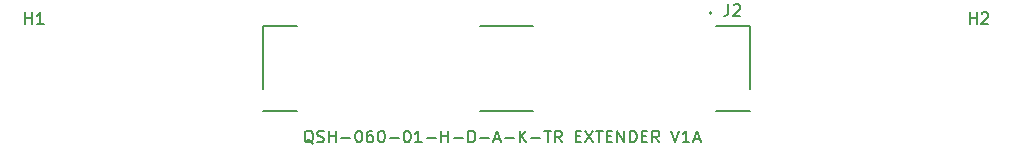
<source format=gbr>
%TF.GenerationSoftware,KiCad,Pcbnew,5.1.10-88a1d61d58~88~ubuntu18.04.1*%
%TF.CreationDate,2021-12-11T14:35:36+07:00*%
%TF.ProjectId,AETINA_AN810_120_PIN_CONNECTOR-EXTENDER,41455449-4e41-45f4-914e-3831305f3132,rev?*%
%TF.SameCoordinates,Original*%
%TF.FileFunction,Legend,Top*%
%TF.FilePolarity,Positive*%
%FSLAX46Y46*%
G04 Gerber Fmt 4.6, Leading zero omitted, Abs format (unit mm)*
G04 Created by KiCad (PCBNEW 5.1.10-88a1d61d58~88~ubuntu18.04.1) date 2021-12-11 14:35:36*
%MOMM*%
%LPD*%
G01*
G04 APERTURE LIST*
%ADD10C,0.150000*%
%ADD11C,0.200000*%
G04 APERTURE END LIST*
D10*
X154337480Y-106384339D02*
X154242241Y-106336720D01*
X154147003Y-106241481D01*
X154004146Y-106098624D01*
X153908908Y-106051005D01*
X153813670Y-106051005D01*
X153861289Y-106289100D02*
X153766051Y-106241481D01*
X153670813Y-106146243D01*
X153623194Y-105955767D01*
X153623194Y-105622434D01*
X153670813Y-105431958D01*
X153766051Y-105336720D01*
X153861289Y-105289100D01*
X154051765Y-105289100D01*
X154147003Y-105336720D01*
X154242241Y-105431958D01*
X154289860Y-105622434D01*
X154289860Y-105955767D01*
X154242241Y-106146243D01*
X154147003Y-106241481D01*
X154051765Y-106289100D01*
X153861289Y-106289100D01*
X154670813Y-106241481D02*
X154813670Y-106289100D01*
X155051765Y-106289100D01*
X155147003Y-106241481D01*
X155194622Y-106193862D01*
X155242241Y-106098624D01*
X155242241Y-106003386D01*
X155194622Y-105908148D01*
X155147003Y-105860529D01*
X155051765Y-105812910D01*
X154861289Y-105765291D01*
X154766051Y-105717672D01*
X154718432Y-105670053D01*
X154670813Y-105574815D01*
X154670813Y-105479577D01*
X154718432Y-105384339D01*
X154766051Y-105336720D01*
X154861289Y-105289100D01*
X155099384Y-105289100D01*
X155242241Y-105336720D01*
X155670813Y-106289100D02*
X155670813Y-105289100D01*
X155670813Y-105765291D02*
X156242241Y-105765291D01*
X156242241Y-106289100D02*
X156242241Y-105289100D01*
X156718432Y-105908148D02*
X157480337Y-105908148D01*
X158147003Y-105289100D02*
X158242241Y-105289100D01*
X158337480Y-105336720D01*
X158385099Y-105384339D01*
X158432718Y-105479577D01*
X158480337Y-105670053D01*
X158480337Y-105908148D01*
X158432718Y-106098624D01*
X158385099Y-106193862D01*
X158337480Y-106241481D01*
X158242241Y-106289100D01*
X158147003Y-106289100D01*
X158051765Y-106241481D01*
X158004146Y-106193862D01*
X157956527Y-106098624D01*
X157908908Y-105908148D01*
X157908908Y-105670053D01*
X157956527Y-105479577D01*
X158004146Y-105384339D01*
X158051765Y-105336720D01*
X158147003Y-105289100D01*
X159337480Y-105289100D02*
X159147003Y-105289100D01*
X159051765Y-105336720D01*
X159004146Y-105384339D01*
X158908908Y-105527196D01*
X158861289Y-105717672D01*
X158861289Y-106098624D01*
X158908908Y-106193862D01*
X158956527Y-106241481D01*
X159051765Y-106289100D01*
X159242241Y-106289100D01*
X159337480Y-106241481D01*
X159385099Y-106193862D01*
X159432718Y-106098624D01*
X159432718Y-105860529D01*
X159385099Y-105765291D01*
X159337480Y-105717672D01*
X159242241Y-105670053D01*
X159051765Y-105670053D01*
X158956527Y-105717672D01*
X158908908Y-105765291D01*
X158861289Y-105860529D01*
X160051765Y-105289100D02*
X160147003Y-105289100D01*
X160242241Y-105336720D01*
X160289860Y-105384339D01*
X160337480Y-105479577D01*
X160385099Y-105670053D01*
X160385099Y-105908148D01*
X160337480Y-106098624D01*
X160289860Y-106193862D01*
X160242241Y-106241481D01*
X160147003Y-106289100D01*
X160051765Y-106289100D01*
X159956527Y-106241481D01*
X159908908Y-106193862D01*
X159861289Y-106098624D01*
X159813670Y-105908148D01*
X159813670Y-105670053D01*
X159861289Y-105479577D01*
X159908908Y-105384339D01*
X159956527Y-105336720D01*
X160051765Y-105289100D01*
X160813670Y-105908148D02*
X161575575Y-105908148D01*
X162242241Y-105289100D02*
X162337480Y-105289100D01*
X162432718Y-105336720D01*
X162480337Y-105384339D01*
X162527956Y-105479577D01*
X162575575Y-105670053D01*
X162575575Y-105908148D01*
X162527956Y-106098624D01*
X162480337Y-106193862D01*
X162432718Y-106241481D01*
X162337480Y-106289100D01*
X162242241Y-106289100D01*
X162147003Y-106241481D01*
X162099384Y-106193862D01*
X162051765Y-106098624D01*
X162004146Y-105908148D01*
X162004146Y-105670053D01*
X162051765Y-105479577D01*
X162099384Y-105384339D01*
X162147003Y-105336720D01*
X162242241Y-105289100D01*
X163527956Y-106289100D02*
X162956527Y-106289100D01*
X163242241Y-106289100D02*
X163242241Y-105289100D01*
X163147003Y-105431958D01*
X163051765Y-105527196D01*
X162956527Y-105574815D01*
X163956527Y-105908148D02*
X164718432Y-105908148D01*
X165194622Y-106289100D02*
X165194622Y-105289100D01*
X165194622Y-105765291D02*
X165766051Y-105765291D01*
X165766051Y-106289100D02*
X165766051Y-105289100D01*
X166242241Y-105908148D02*
X167004146Y-105908148D01*
X167480337Y-106289100D02*
X167480337Y-105289100D01*
X167718432Y-105289100D01*
X167861289Y-105336720D01*
X167956527Y-105431958D01*
X168004146Y-105527196D01*
X168051765Y-105717672D01*
X168051765Y-105860529D01*
X168004146Y-106051005D01*
X167956527Y-106146243D01*
X167861289Y-106241481D01*
X167718432Y-106289100D01*
X167480337Y-106289100D01*
X168480337Y-105908148D02*
X169242241Y-105908148D01*
X169670813Y-106003386D02*
X170147003Y-106003386D01*
X169575575Y-106289100D02*
X169908908Y-105289100D01*
X170242241Y-106289100D01*
X170575575Y-105908148D02*
X171337480Y-105908148D01*
X171813670Y-106289100D02*
X171813670Y-105289100D01*
X172385099Y-106289100D02*
X171956527Y-105717672D01*
X172385099Y-105289100D02*
X171813670Y-105860529D01*
X172813670Y-105908148D02*
X173575575Y-105908148D01*
X173908908Y-105289100D02*
X174480337Y-105289100D01*
X174194622Y-106289100D02*
X174194622Y-105289100D01*
X175385099Y-106289100D02*
X175051765Y-105812910D01*
X174813670Y-106289100D02*
X174813670Y-105289100D01*
X175194622Y-105289100D01*
X175289860Y-105336720D01*
X175337480Y-105384339D01*
X175385099Y-105479577D01*
X175385099Y-105622434D01*
X175337480Y-105717672D01*
X175289860Y-105765291D01*
X175194622Y-105812910D01*
X174813670Y-105812910D01*
X176575575Y-105765291D02*
X176908908Y-105765291D01*
X177051765Y-106289100D02*
X176575575Y-106289100D01*
X176575575Y-105289100D01*
X177051765Y-105289100D01*
X177385099Y-105289100D02*
X178051765Y-106289100D01*
X178051765Y-105289100D02*
X177385099Y-106289100D01*
X178289860Y-105289100D02*
X178861289Y-105289100D01*
X178575575Y-106289100D02*
X178575575Y-105289100D01*
X179194622Y-105765291D02*
X179527956Y-105765291D01*
X179670813Y-106289100D02*
X179194622Y-106289100D01*
X179194622Y-105289100D01*
X179670813Y-105289100D01*
X180099384Y-106289100D02*
X180099384Y-105289100D01*
X180670813Y-106289100D01*
X180670813Y-105289100D01*
X181147003Y-106289100D02*
X181147003Y-105289100D01*
X181385099Y-105289100D01*
X181527956Y-105336720D01*
X181623194Y-105431958D01*
X181670813Y-105527196D01*
X181718432Y-105717672D01*
X181718432Y-105860529D01*
X181670813Y-106051005D01*
X181623194Y-106146243D01*
X181527956Y-106241481D01*
X181385099Y-106289100D01*
X181147003Y-106289100D01*
X182147003Y-105765291D02*
X182480337Y-105765291D01*
X182623194Y-106289100D02*
X182147003Y-106289100D01*
X182147003Y-105289100D01*
X182623194Y-105289100D01*
X183623194Y-106289100D02*
X183289860Y-105812910D01*
X183051765Y-106289100D02*
X183051765Y-105289100D01*
X183432718Y-105289100D01*
X183527956Y-105336720D01*
X183575575Y-105384339D01*
X183623194Y-105479577D01*
X183623194Y-105622434D01*
X183575575Y-105717672D01*
X183527956Y-105765291D01*
X183432718Y-105812910D01*
X183051765Y-105812910D01*
X184670813Y-105289100D02*
X185004146Y-106289100D01*
X185337480Y-105289100D01*
X186194622Y-106289100D02*
X185623194Y-106289100D01*
X185908908Y-106289100D02*
X185908908Y-105289100D01*
X185813670Y-105431958D01*
X185718432Y-105527196D01*
X185623194Y-105574815D01*
X186575575Y-106003386D02*
X187051765Y-106003386D01*
X186480337Y-106289100D02*
X186813670Y-105289100D01*
X187147003Y-106289100D01*
D11*
%TO.C,J2*%
X188052900Y-95325000D02*
G75*
G03*
X188052900Y-95325000I-100000J0D01*
G01*
X191355000Y-96405000D02*
X191355000Y-101775000D01*
X191355000Y-103645000D02*
X188450000Y-103645000D01*
X188450000Y-96405000D02*
X191355000Y-96405000D01*
X172960000Y-103645000D02*
X168440000Y-103645000D01*
X172960000Y-96405000D02*
X168440000Y-96405000D01*
X150045000Y-101775000D02*
X150045000Y-96405000D01*
X150045000Y-96405000D02*
X152950000Y-96405000D01*
X152950000Y-103645000D02*
X150045000Y-103645000D01*
D10*
X189498646Y-94565220D02*
X189498646Y-95279506D01*
X189451027Y-95422363D01*
X189355789Y-95517601D01*
X189212932Y-95565220D01*
X189117694Y-95565220D01*
X189927218Y-94660459D02*
X189974837Y-94612840D01*
X190070075Y-94565220D01*
X190308170Y-94565220D01*
X190403408Y-94612840D01*
X190451027Y-94660459D01*
X190498646Y-94755697D01*
X190498646Y-94850935D01*
X190451027Y-94993792D01*
X189879599Y-95565220D01*
X190498646Y-95565220D01*
%TO.C,H2*%
X209938095Y-96277380D02*
X209938095Y-95277380D01*
X209938095Y-95753571D02*
X210509523Y-95753571D01*
X210509523Y-96277380D02*
X210509523Y-95277380D01*
X210938095Y-95372619D02*
X210985714Y-95325000D01*
X211080952Y-95277380D01*
X211319047Y-95277380D01*
X211414285Y-95325000D01*
X211461904Y-95372619D01*
X211509523Y-95467857D01*
X211509523Y-95563095D01*
X211461904Y-95705952D01*
X210890476Y-96277380D01*
X211509523Y-96277380D01*
%TO.C,H1*%
X129938095Y-96277380D02*
X129938095Y-95277380D01*
X129938095Y-95753571D02*
X130509523Y-95753571D01*
X130509523Y-96277380D02*
X130509523Y-95277380D01*
X131509523Y-96277380D02*
X130938095Y-96277380D01*
X131223809Y-96277380D02*
X131223809Y-95277380D01*
X131128571Y-95420238D01*
X131033333Y-95515476D01*
X130938095Y-95563095D01*
%TD*%
M02*

</source>
